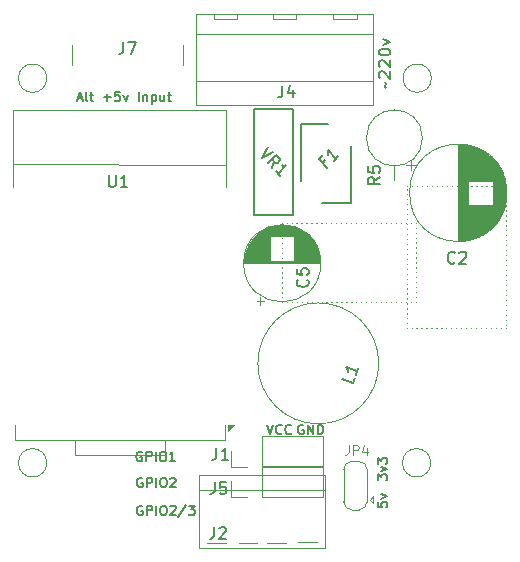
<source format=gto>
G04 #@! TF.GenerationSoftware,KiCad,Pcbnew,8.0.8*
G04 #@! TF.CreationDate,2025-02-05T12:42:34+03:00*
G04 #@! TF.ProjectId,SMHome_2RelayBoardRound_ESP32_C3_Mini_v1,534d486f-6d65-45f3-9252-656c6179426f,12*
G04 #@! TF.SameCoordinates,Original*
G04 #@! TF.FileFunction,Legend,Top*
G04 #@! TF.FilePolarity,Positive*
%FSLAX46Y46*%
G04 Gerber Fmt 4.6, Leading zero omitted, Abs format (unit mm)*
G04 Created by KiCad (PCBNEW 8.0.8) date 2025-02-05 12:42:34*
%MOMM*%
%LPD*%
G01*
G04 APERTURE LIST*
%ADD10C,0.100000*%
%ADD11C,0.150000*%
%ADD12C,0.200000*%
%ADD13C,0.120000*%
G04 APERTURE END LIST*
D10*
X153060400Y-101001820D02*
X153080400Y-101001820D01*
X153480400Y-101001820D02*
X153500400Y-101001820D01*
X153900400Y-101001820D02*
X153920400Y-101001820D01*
X154320400Y-101001820D02*
X154340400Y-101001820D01*
X154740400Y-101001820D02*
X154760400Y-101001820D01*
X155160400Y-101001820D02*
X155180400Y-101001820D01*
X155580400Y-101001820D02*
X155600400Y-101001820D01*
X156000400Y-101001820D02*
X156020400Y-101001820D01*
X156420400Y-101001820D02*
X156440400Y-101001820D01*
X156840400Y-101001820D02*
X156860400Y-101001820D01*
X157260400Y-101001820D02*
X157280400Y-101001820D01*
X157680400Y-101001820D02*
X157700400Y-101001820D01*
X158100400Y-101001820D02*
X158120400Y-101001820D01*
X158520400Y-101001820D02*
X158540400Y-101001820D01*
X158940400Y-101001820D02*
X158960400Y-101001820D01*
X159360400Y-101001820D02*
X159380400Y-101001820D01*
X159780400Y-101001820D02*
X159800400Y-101001820D01*
X160200400Y-101001820D02*
X160220400Y-101001820D01*
X160620400Y-101001820D02*
X160640400Y-101001820D01*
X161040400Y-101001820D02*
X161060400Y-101001820D01*
X161460400Y-101001820D02*
X161480400Y-101001820D01*
X161880400Y-101001820D02*
X161900400Y-101001820D01*
X162300400Y-101001820D02*
X162320400Y-101001820D01*
X162720400Y-101001820D02*
X162740400Y-101001820D01*
X163140400Y-101001820D02*
X163160400Y-101001820D01*
X163560400Y-101001820D02*
X163580400Y-101001820D01*
X163980400Y-101001820D02*
X164000400Y-101001820D01*
X164400400Y-101001820D02*
X164420400Y-101001820D01*
X164439600Y-101001820D02*
X164439600Y-101021820D01*
X164439600Y-101421820D02*
X164439600Y-101441820D01*
X164439600Y-101841820D02*
X164439600Y-101861820D01*
X164439600Y-102261820D02*
X164439600Y-102281820D01*
X164439600Y-102681820D02*
X164439600Y-102701820D01*
X164439600Y-103101820D02*
X164439600Y-103121820D01*
X164439600Y-103521820D02*
X164439600Y-103541820D01*
X164439600Y-103941820D02*
X164439600Y-103961820D01*
X164439600Y-104361820D02*
X164439600Y-104381820D01*
X164439600Y-104781820D02*
X164439600Y-104801820D01*
X164439600Y-105201820D02*
X164439600Y-105221820D01*
X164439600Y-105621820D02*
X164439600Y-105641820D01*
X164439600Y-106041820D02*
X164439600Y-106061820D01*
X164439600Y-106461820D02*
X164439600Y-106481820D01*
X164439600Y-106881820D02*
X164439600Y-106901820D01*
X164439600Y-107301820D02*
X164439600Y-107321820D01*
X164439600Y-107721820D02*
X164439600Y-107741820D01*
X164439600Y-107758220D02*
X164419600Y-107758220D01*
X164019600Y-107758220D02*
X163999600Y-107758220D01*
X163599600Y-107758220D02*
X163579600Y-107758220D01*
X163179600Y-107758220D02*
X163159600Y-107758220D01*
X162759600Y-107758220D02*
X162739600Y-107758220D01*
X162339600Y-107758220D02*
X162319600Y-107758220D01*
X161919600Y-107758220D02*
X161899600Y-107758220D01*
X161499600Y-107758220D02*
X161479600Y-107758220D01*
X161079600Y-107758220D02*
X161059600Y-107758220D01*
X160659600Y-107758220D02*
X160639600Y-107758220D01*
X160239600Y-107758220D02*
X160219600Y-107758220D01*
X159819600Y-107758220D02*
X159799600Y-107758220D01*
X159399600Y-107758220D02*
X159379600Y-107758220D01*
X158979600Y-107758220D02*
X158959600Y-107758220D01*
X158559600Y-107758220D02*
X158539600Y-107758220D01*
X158139600Y-107758220D02*
X158119600Y-107758220D01*
X157719600Y-107758220D02*
X157699600Y-107758220D01*
X157299600Y-107758220D02*
X157279600Y-107758220D01*
X156879600Y-107758220D02*
X156859600Y-107758220D01*
X156459600Y-107758220D02*
X156439600Y-107758220D01*
X156039600Y-107758220D02*
X156019600Y-107758220D01*
X155619600Y-107758220D02*
X155599600Y-107758220D01*
X155199600Y-107758220D02*
X155179600Y-107758220D01*
X154779600Y-107758220D02*
X154759600Y-107758220D01*
X154359600Y-107758220D02*
X154339600Y-107758220D01*
X153939600Y-107758220D02*
X153919600Y-107758220D01*
X153519600Y-107758220D02*
X153499600Y-107758220D01*
X153099600Y-107758220D02*
X153079600Y-107758220D01*
X153060400Y-107758220D02*
X153060400Y-107738220D01*
X153060400Y-107338220D02*
X153060400Y-107318220D01*
X153060400Y-106918220D02*
X153060400Y-106898220D01*
X153060400Y-106498220D02*
X153060400Y-106478220D01*
X153060400Y-106078220D02*
X153060400Y-106058220D01*
X153060400Y-105658220D02*
X153060400Y-105638220D01*
X153060400Y-105238220D02*
X153060400Y-105218220D01*
X153060400Y-104818220D02*
X153060400Y-104798220D01*
X153060400Y-104398220D02*
X153060400Y-104378220D01*
X153060400Y-103978220D02*
X153060400Y-103958220D01*
X153060400Y-103558220D02*
X153060400Y-103538220D01*
X153060400Y-103138220D02*
X153060400Y-103118220D01*
X153060400Y-102718220D02*
X153060400Y-102698220D01*
X153060400Y-102298220D02*
X153060400Y-102278220D01*
X153060400Y-101878220D02*
X153060400Y-101858220D01*
X153060400Y-101458220D02*
X153060400Y-101438220D01*
X153060400Y-101038220D02*
X153060400Y-101018220D01*
X163677600Y-97866200D02*
X163697600Y-97866200D01*
X164097600Y-97866200D02*
X164117600Y-97866200D01*
X164517600Y-97866200D02*
X164537600Y-97866200D01*
X164937600Y-97866200D02*
X164957600Y-97866200D01*
X165357600Y-97866200D02*
X165377600Y-97866200D01*
X165777600Y-97866200D02*
X165797600Y-97866200D01*
X166197600Y-97866200D02*
X166217600Y-97866200D01*
X166617600Y-97866200D02*
X166637600Y-97866200D01*
X167037600Y-97866200D02*
X167057600Y-97866200D01*
X167457600Y-97866200D02*
X167477600Y-97866200D01*
X167877600Y-97866200D02*
X167897600Y-97866200D01*
X168297600Y-97866200D02*
X168317600Y-97866200D01*
X168717600Y-97866200D02*
X168737600Y-97866200D01*
X169137600Y-97866200D02*
X169157600Y-97866200D01*
X169557600Y-97866200D02*
X169577600Y-97866200D01*
X169977600Y-97866200D02*
X169997600Y-97866200D01*
X170397600Y-97866200D02*
X170417600Y-97866200D01*
X170817600Y-97866200D02*
X170837600Y-97866200D01*
X171237600Y-97866200D02*
X171257600Y-97866200D01*
X171657600Y-97866200D02*
X171677600Y-97866200D01*
X172059600Y-97866200D02*
X172059600Y-97886200D01*
X172059600Y-98286200D02*
X172059600Y-98306200D01*
X172059600Y-98706200D02*
X172059600Y-98726200D01*
X172059600Y-99126200D02*
X172059600Y-99146200D01*
X172059600Y-99546200D02*
X172059600Y-99566200D01*
X172059600Y-99966200D02*
X172059600Y-99986200D01*
X172059600Y-100386200D02*
X172059600Y-100406200D01*
X172059600Y-100806200D02*
X172059600Y-100826200D01*
X172059600Y-101226200D02*
X172059600Y-101246200D01*
X172059600Y-101646200D02*
X172059600Y-101666200D01*
X172059600Y-102066200D02*
X172059600Y-102086200D01*
X172059600Y-102486200D02*
X172059600Y-102506200D01*
X172059600Y-102906200D02*
X172059600Y-102926200D01*
X172059600Y-103326200D02*
X172059600Y-103346200D01*
X172059600Y-103746200D02*
X172059600Y-103766200D01*
X172059600Y-104166200D02*
X172059600Y-104186200D01*
X172059600Y-104586200D02*
X172059600Y-104606200D01*
X172059600Y-105006200D02*
X172059600Y-105026200D01*
X172059600Y-105426200D02*
X172059600Y-105446200D01*
X172059600Y-105846200D02*
X172059600Y-105866200D01*
X172059600Y-106266200D02*
X172059600Y-106286200D01*
X172059600Y-106686200D02*
X172059600Y-106706200D01*
X172059600Y-107106200D02*
X172059600Y-107126200D01*
X172059600Y-107526200D02*
X172059600Y-107546200D01*
X172059600Y-107946200D02*
X172059600Y-107966200D01*
X172059600Y-108366200D02*
X172059600Y-108386200D01*
X172059600Y-108786200D02*
X172059600Y-108806200D01*
X172059600Y-109206200D02*
X172059600Y-109226200D01*
X172059600Y-109626200D02*
X172059600Y-109646200D01*
X172059600Y-109956600D02*
X172039600Y-109956600D01*
X171639600Y-109956600D02*
X171619600Y-109956600D01*
X171219600Y-109956600D02*
X171199600Y-109956600D01*
X170799600Y-109956600D02*
X170779600Y-109956600D01*
X170379600Y-109956600D02*
X170359600Y-109956600D01*
X169959600Y-109956600D02*
X169939600Y-109956600D01*
X169539600Y-109956600D02*
X169519600Y-109956600D01*
X169119600Y-109956600D02*
X169099600Y-109956600D01*
X168699600Y-109956600D02*
X168679600Y-109956600D01*
X168279600Y-109956600D02*
X168259600Y-109956600D01*
X167859600Y-109956600D02*
X167839600Y-109956600D01*
X167439600Y-109956600D02*
X167419600Y-109956600D01*
X167019600Y-109956600D02*
X166999600Y-109956600D01*
X166599600Y-109956600D02*
X166579600Y-109956600D01*
X166179600Y-109956600D02*
X166159600Y-109956600D01*
X165759600Y-109956600D02*
X165739600Y-109956600D01*
X165339600Y-109956600D02*
X165319600Y-109956600D01*
X164919600Y-109956600D02*
X164899600Y-109956600D01*
X164499600Y-109956600D02*
X164479600Y-109956600D01*
X164079600Y-109956600D02*
X164059600Y-109956600D01*
X163677600Y-109956600D02*
X163677600Y-109936600D01*
X163677600Y-109536600D02*
X163677600Y-109516600D01*
X163677600Y-109116600D02*
X163677600Y-109096600D01*
X163677600Y-108696600D02*
X163677600Y-108676600D01*
X163677600Y-108276600D02*
X163677600Y-108256600D01*
X163677600Y-107856600D02*
X163677600Y-107836600D01*
X163677600Y-107436600D02*
X163677600Y-107416600D01*
X163677600Y-107016600D02*
X163677600Y-106996600D01*
X163677600Y-106596600D02*
X163677600Y-106576600D01*
X163677600Y-106176600D02*
X163677600Y-106156600D01*
X163677600Y-105756600D02*
X163677600Y-105736600D01*
X163677600Y-105336600D02*
X163677600Y-105316600D01*
X163677600Y-104916600D02*
X163677600Y-104896600D01*
X163677600Y-104496600D02*
X163677600Y-104476600D01*
X163677600Y-104076600D02*
X163677600Y-104056600D01*
X163677600Y-103656600D02*
X163677600Y-103636600D01*
X163677600Y-103236600D02*
X163677600Y-103216600D01*
X163677600Y-102816600D02*
X163677600Y-102796600D01*
X163677600Y-102396600D02*
X163677600Y-102376600D01*
X163677600Y-101976600D02*
X163677600Y-101956600D01*
X163677600Y-101556600D02*
X163677600Y-101536600D01*
X163677600Y-101136600D02*
X163677600Y-101116600D01*
X163677600Y-100716600D02*
X163677600Y-100696600D01*
X163677600Y-100296600D02*
X163677600Y-100276600D01*
X163677600Y-99876600D02*
X163677600Y-99856600D01*
X163677600Y-99456600D02*
X163677600Y-99436600D01*
X163677600Y-99036600D02*
X163677600Y-99016600D01*
X163677600Y-98616600D02*
X163677600Y-98596600D01*
X163677600Y-98196600D02*
X163677600Y-98176600D01*
D11*
X154886207Y-118131390D02*
X154810017Y-118093295D01*
X154810017Y-118093295D02*
X154695731Y-118093295D01*
X154695731Y-118093295D02*
X154581445Y-118131390D01*
X154581445Y-118131390D02*
X154505255Y-118207580D01*
X154505255Y-118207580D02*
X154467160Y-118283771D01*
X154467160Y-118283771D02*
X154429064Y-118436152D01*
X154429064Y-118436152D02*
X154429064Y-118550438D01*
X154429064Y-118550438D02*
X154467160Y-118702819D01*
X154467160Y-118702819D02*
X154505255Y-118779009D01*
X154505255Y-118779009D02*
X154581445Y-118855200D01*
X154581445Y-118855200D02*
X154695731Y-118893295D01*
X154695731Y-118893295D02*
X154771922Y-118893295D01*
X154771922Y-118893295D02*
X154886207Y-118855200D01*
X154886207Y-118855200D02*
X154924303Y-118817104D01*
X154924303Y-118817104D02*
X154924303Y-118550438D01*
X154924303Y-118550438D02*
X154771922Y-118550438D01*
X155267160Y-118893295D02*
X155267160Y-118093295D01*
X155267160Y-118093295D02*
X155724303Y-118893295D01*
X155724303Y-118893295D02*
X155724303Y-118093295D01*
X156105255Y-118893295D02*
X156105255Y-118093295D01*
X156105255Y-118093295D02*
X156295731Y-118093295D01*
X156295731Y-118093295D02*
X156410017Y-118131390D01*
X156410017Y-118131390D02*
X156486207Y-118207580D01*
X156486207Y-118207580D02*
X156524302Y-118283771D01*
X156524302Y-118283771D02*
X156562398Y-118436152D01*
X156562398Y-118436152D02*
X156562398Y-118550438D01*
X156562398Y-118550438D02*
X156524302Y-118702819D01*
X156524302Y-118702819D02*
X156486207Y-118779009D01*
X156486207Y-118779009D02*
X156410017Y-118855200D01*
X156410017Y-118855200D02*
X156295731Y-118893295D01*
X156295731Y-118893295D02*
X156105255Y-118893295D01*
X141271807Y-124989390D02*
X141195617Y-124951295D01*
X141195617Y-124951295D02*
X141081331Y-124951295D01*
X141081331Y-124951295D02*
X140967045Y-124989390D01*
X140967045Y-124989390D02*
X140890855Y-125065580D01*
X140890855Y-125065580D02*
X140852760Y-125141771D01*
X140852760Y-125141771D02*
X140814664Y-125294152D01*
X140814664Y-125294152D02*
X140814664Y-125408438D01*
X140814664Y-125408438D02*
X140852760Y-125560819D01*
X140852760Y-125560819D02*
X140890855Y-125637009D01*
X140890855Y-125637009D02*
X140967045Y-125713200D01*
X140967045Y-125713200D02*
X141081331Y-125751295D01*
X141081331Y-125751295D02*
X141157522Y-125751295D01*
X141157522Y-125751295D02*
X141271807Y-125713200D01*
X141271807Y-125713200D02*
X141309903Y-125675104D01*
X141309903Y-125675104D02*
X141309903Y-125408438D01*
X141309903Y-125408438D02*
X141157522Y-125408438D01*
X141652760Y-125751295D02*
X141652760Y-124951295D01*
X141652760Y-124951295D02*
X141957522Y-124951295D01*
X141957522Y-124951295D02*
X142033712Y-124989390D01*
X142033712Y-124989390D02*
X142071807Y-125027485D01*
X142071807Y-125027485D02*
X142109903Y-125103676D01*
X142109903Y-125103676D02*
X142109903Y-125217961D01*
X142109903Y-125217961D02*
X142071807Y-125294152D01*
X142071807Y-125294152D02*
X142033712Y-125332247D01*
X142033712Y-125332247D02*
X141957522Y-125370342D01*
X141957522Y-125370342D02*
X141652760Y-125370342D01*
X142452760Y-125751295D02*
X142452760Y-124951295D01*
X142986093Y-124951295D02*
X143138474Y-124951295D01*
X143138474Y-124951295D02*
X143214664Y-124989390D01*
X143214664Y-124989390D02*
X143290855Y-125065580D01*
X143290855Y-125065580D02*
X143328950Y-125217961D01*
X143328950Y-125217961D02*
X143328950Y-125484628D01*
X143328950Y-125484628D02*
X143290855Y-125637009D01*
X143290855Y-125637009D02*
X143214664Y-125713200D01*
X143214664Y-125713200D02*
X143138474Y-125751295D01*
X143138474Y-125751295D02*
X142986093Y-125751295D01*
X142986093Y-125751295D02*
X142909902Y-125713200D01*
X142909902Y-125713200D02*
X142833712Y-125637009D01*
X142833712Y-125637009D02*
X142795616Y-125484628D01*
X142795616Y-125484628D02*
X142795616Y-125217961D01*
X142795616Y-125217961D02*
X142833712Y-125065580D01*
X142833712Y-125065580D02*
X142909902Y-124989390D01*
X142909902Y-124989390D02*
X142986093Y-124951295D01*
X143633711Y-125027485D02*
X143671807Y-124989390D01*
X143671807Y-124989390D02*
X143747997Y-124951295D01*
X143747997Y-124951295D02*
X143938473Y-124951295D01*
X143938473Y-124951295D02*
X144014664Y-124989390D01*
X144014664Y-124989390D02*
X144052759Y-125027485D01*
X144052759Y-125027485D02*
X144090854Y-125103676D01*
X144090854Y-125103676D02*
X144090854Y-125179866D01*
X144090854Y-125179866D02*
X144052759Y-125294152D01*
X144052759Y-125294152D02*
X143595616Y-125751295D01*
X143595616Y-125751295D02*
X144090854Y-125751295D01*
X145005140Y-124913200D02*
X144319426Y-125941771D01*
X145195616Y-124951295D02*
X145690854Y-124951295D01*
X145690854Y-124951295D02*
X145424188Y-125256057D01*
X145424188Y-125256057D02*
X145538473Y-125256057D01*
X145538473Y-125256057D02*
X145614664Y-125294152D01*
X145614664Y-125294152D02*
X145652759Y-125332247D01*
X145652759Y-125332247D02*
X145690854Y-125408438D01*
X145690854Y-125408438D02*
X145690854Y-125598914D01*
X145690854Y-125598914D02*
X145652759Y-125675104D01*
X145652759Y-125675104D02*
X145614664Y-125713200D01*
X145614664Y-125713200D02*
X145538473Y-125751295D01*
X145538473Y-125751295D02*
X145309902Y-125751295D01*
X145309902Y-125751295D02*
X145233711Y-125713200D01*
X145233711Y-125713200D02*
X145195616Y-125675104D01*
X161197095Y-124678887D02*
X161197095Y-125059839D01*
X161197095Y-125059839D02*
X161578047Y-125097935D01*
X161578047Y-125097935D02*
X161539952Y-125059839D01*
X161539952Y-125059839D02*
X161501857Y-124983649D01*
X161501857Y-124983649D02*
X161501857Y-124793173D01*
X161501857Y-124793173D02*
X161539952Y-124716982D01*
X161539952Y-124716982D02*
X161578047Y-124678887D01*
X161578047Y-124678887D02*
X161654238Y-124640792D01*
X161654238Y-124640792D02*
X161844714Y-124640792D01*
X161844714Y-124640792D02*
X161920904Y-124678887D01*
X161920904Y-124678887D02*
X161959000Y-124716982D01*
X161959000Y-124716982D02*
X161997095Y-124793173D01*
X161997095Y-124793173D02*
X161997095Y-124983649D01*
X161997095Y-124983649D02*
X161959000Y-125059839D01*
X161959000Y-125059839D02*
X161920904Y-125097935D01*
X161463761Y-124374125D02*
X161997095Y-124183649D01*
X161997095Y-124183649D02*
X161463761Y-123993172D01*
X151812874Y-118093295D02*
X152079541Y-118893295D01*
X152079541Y-118893295D02*
X152346207Y-118093295D01*
X153070017Y-118817104D02*
X153031921Y-118855200D01*
X153031921Y-118855200D02*
X152917636Y-118893295D01*
X152917636Y-118893295D02*
X152841445Y-118893295D01*
X152841445Y-118893295D02*
X152727159Y-118855200D01*
X152727159Y-118855200D02*
X152650969Y-118779009D01*
X152650969Y-118779009D02*
X152612874Y-118702819D01*
X152612874Y-118702819D02*
X152574778Y-118550438D01*
X152574778Y-118550438D02*
X152574778Y-118436152D01*
X152574778Y-118436152D02*
X152612874Y-118283771D01*
X152612874Y-118283771D02*
X152650969Y-118207580D01*
X152650969Y-118207580D02*
X152727159Y-118131390D01*
X152727159Y-118131390D02*
X152841445Y-118093295D01*
X152841445Y-118093295D02*
X152917636Y-118093295D01*
X152917636Y-118093295D02*
X153031921Y-118131390D01*
X153031921Y-118131390D02*
X153070017Y-118169485D01*
X153870017Y-118817104D02*
X153831921Y-118855200D01*
X153831921Y-118855200D02*
X153717636Y-118893295D01*
X153717636Y-118893295D02*
X153641445Y-118893295D01*
X153641445Y-118893295D02*
X153527159Y-118855200D01*
X153527159Y-118855200D02*
X153450969Y-118779009D01*
X153450969Y-118779009D02*
X153412874Y-118702819D01*
X153412874Y-118702819D02*
X153374778Y-118550438D01*
X153374778Y-118550438D02*
X153374778Y-118436152D01*
X153374778Y-118436152D02*
X153412874Y-118283771D01*
X153412874Y-118283771D02*
X153450969Y-118207580D01*
X153450969Y-118207580D02*
X153527159Y-118131390D01*
X153527159Y-118131390D02*
X153641445Y-118093295D01*
X153641445Y-118093295D02*
X153717636Y-118093295D01*
X153717636Y-118093295D02*
X153831921Y-118131390D01*
X153831921Y-118131390D02*
X153870017Y-118169485D01*
D12*
X161893866Y-89562183D02*
X161846247Y-89514564D01*
X161846247Y-89514564D02*
X161798628Y-89419326D01*
X161798628Y-89419326D02*
X161893866Y-89228850D01*
X161893866Y-89228850D02*
X161846247Y-89133612D01*
X161846247Y-89133612D02*
X161798628Y-89085993D01*
X161370057Y-88752659D02*
X161322438Y-88705040D01*
X161322438Y-88705040D02*
X161274819Y-88609802D01*
X161274819Y-88609802D02*
X161274819Y-88371707D01*
X161274819Y-88371707D02*
X161322438Y-88276469D01*
X161322438Y-88276469D02*
X161370057Y-88228850D01*
X161370057Y-88228850D02*
X161465295Y-88181231D01*
X161465295Y-88181231D02*
X161560533Y-88181231D01*
X161560533Y-88181231D02*
X161703390Y-88228850D01*
X161703390Y-88228850D02*
X162274819Y-88800278D01*
X162274819Y-88800278D02*
X162274819Y-88181231D01*
X161370057Y-87800278D02*
X161322438Y-87752659D01*
X161322438Y-87752659D02*
X161274819Y-87657421D01*
X161274819Y-87657421D02*
X161274819Y-87419326D01*
X161274819Y-87419326D02*
X161322438Y-87324088D01*
X161322438Y-87324088D02*
X161370057Y-87276469D01*
X161370057Y-87276469D02*
X161465295Y-87228850D01*
X161465295Y-87228850D02*
X161560533Y-87228850D01*
X161560533Y-87228850D02*
X161703390Y-87276469D01*
X161703390Y-87276469D02*
X162274819Y-87847897D01*
X162274819Y-87847897D02*
X162274819Y-87228850D01*
X161274819Y-86609802D02*
X161274819Y-86514564D01*
X161274819Y-86514564D02*
X161322438Y-86419326D01*
X161322438Y-86419326D02*
X161370057Y-86371707D01*
X161370057Y-86371707D02*
X161465295Y-86324088D01*
X161465295Y-86324088D02*
X161655771Y-86276469D01*
X161655771Y-86276469D02*
X161893866Y-86276469D01*
X161893866Y-86276469D02*
X162084342Y-86324088D01*
X162084342Y-86324088D02*
X162179580Y-86371707D01*
X162179580Y-86371707D02*
X162227200Y-86419326D01*
X162227200Y-86419326D02*
X162274819Y-86514564D01*
X162274819Y-86514564D02*
X162274819Y-86609802D01*
X162274819Y-86609802D02*
X162227200Y-86705040D01*
X162227200Y-86705040D02*
X162179580Y-86752659D01*
X162179580Y-86752659D02*
X162084342Y-86800278D01*
X162084342Y-86800278D02*
X161893866Y-86847897D01*
X161893866Y-86847897D02*
X161655771Y-86847897D01*
X161655771Y-86847897D02*
X161465295Y-86800278D01*
X161465295Y-86800278D02*
X161370057Y-86752659D01*
X161370057Y-86752659D02*
X161322438Y-86705040D01*
X161322438Y-86705040D02*
X161274819Y-86609802D01*
X161608152Y-85943135D02*
X162274819Y-85705040D01*
X162274819Y-85705040D02*
X161608152Y-85466945D01*
D11*
X135785464Y-90470723D02*
X136166417Y-90470723D01*
X135709274Y-90699295D02*
X135975941Y-89899295D01*
X135975941Y-89899295D02*
X136242607Y-90699295D01*
X136623559Y-90699295D02*
X136547369Y-90661200D01*
X136547369Y-90661200D02*
X136509274Y-90585009D01*
X136509274Y-90585009D02*
X136509274Y-89899295D01*
X136814036Y-90165961D02*
X137118798Y-90165961D01*
X136928322Y-89899295D02*
X136928322Y-90585009D01*
X136928322Y-90585009D02*
X136966417Y-90661200D01*
X136966417Y-90661200D02*
X137042607Y-90699295D01*
X137042607Y-90699295D02*
X137118798Y-90699295D01*
X137994989Y-90394533D02*
X138604513Y-90394533D01*
X138299751Y-90699295D02*
X138299751Y-90089771D01*
X139366417Y-89899295D02*
X138985465Y-89899295D01*
X138985465Y-89899295D02*
X138947369Y-90280247D01*
X138947369Y-90280247D02*
X138985465Y-90242152D01*
X138985465Y-90242152D02*
X139061655Y-90204057D01*
X139061655Y-90204057D02*
X139252131Y-90204057D01*
X139252131Y-90204057D02*
X139328322Y-90242152D01*
X139328322Y-90242152D02*
X139366417Y-90280247D01*
X139366417Y-90280247D02*
X139404512Y-90356438D01*
X139404512Y-90356438D02*
X139404512Y-90546914D01*
X139404512Y-90546914D02*
X139366417Y-90623104D01*
X139366417Y-90623104D02*
X139328322Y-90661200D01*
X139328322Y-90661200D02*
X139252131Y-90699295D01*
X139252131Y-90699295D02*
X139061655Y-90699295D01*
X139061655Y-90699295D02*
X138985465Y-90661200D01*
X138985465Y-90661200D02*
X138947369Y-90623104D01*
X139671179Y-90165961D02*
X139861655Y-90699295D01*
X139861655Y-90699295D02*
X140052132Y-90165961D01*
X140966418Y-90699295D02*
X140966418Y-89899295D01*
X141347370Y-90165961D02*
X141347370Y-90699295D01*
X141347370Y-90242152D02*
X141385465Y-90204057D01*
X141385465Y-90204057D02*
X141461655Y-90165961D01*
X141461655Y-90165961D02*
X141575941Y-90165961D01*
X141575941Y-90165961D02*
X141652132Y-90204057D01*
X141652132Y-90204057D02*
X141690227Y-90280247D01*
X141690227Y-90280247D02*
X141690227Y-90699295D01*
X142071180Y-90165961D02*
X142071180Y-90965961D01*
X142071180Y-90204057D02*
X142147370Y-90165961D01*
X142147370Y-90165961D02*
X142299751Y-90165961D01*
X142299751Y-90165961D02*
X142375942Y-90204057D01*
X142375942Y-90204057D02*
X142414037Y-90242152D01*
X142414037Y-90242152D02*
X142452132Y-90318342D01*
X142452132Y-90318342D02*
X142452132Y-90546914D01*
X142452132Y-90546914D02*
X142414037Y-90623104D01*
X142414037Y-90623104D02*
X142375942Y-90661200D01*
X142375942Y-90661200D02*
X142299751Y-90699295D01*
X142299751Y-90699295D02*
X142147370Y-90699295D01*
X142147370Y-90699295D02*
X142071180Y-90661200D01*
X143137847Y-90165961D02*
X143137847Y-90699295D01*
X142794990Y-90165961D02*
X142794990Y-90585009D01*
X142794990Y-90585009D02*
X142833085Y-90661200D01*
X142833085Y-90661200D02*
X142909275Y-90699295D01*
X142909275Y-90699295D02*
X143023561Y-90699295D01*
X143023561Y-90699295D02*
X143099752Y-90661200D01*
X143099752Y-90661200D02*
X143137847Y-90623104D01*
X143404514Y-90165961D02*
X143709276Y-90165961D01*
X143518800Y-89899295D02*
X143518800Y-90585009D01*
X143518800Y-90585009D02*
X143556895Y-90661200D01*
X143556895Y-90661200D02*
X143633085Y-90699295D01*
X143633085Y-90699295D02*
X143709276Y-90699295D01*
X141271807Y-122652590D02*
X141195617Y-122614495D01*
X141195617Y-122614495D02*
X141081331Y-122614495D01*
X141081331Y-122614495D02*
X140967045Y-122652590D01*
X140967045Y-122652590D02*
X140890855Y-122728780D01*
X140890855Y-122728780D02*
X140852760Y-122804971D01*
X140852760Y-122804971D02*
X140814664Y-122957352D01*
X140814664Y-122957352D02*
X140814664Y-123071638D01*
X140814664Y-123071638D02*
X140852760Y-123224019D01*
X140852760Y-123224019D02*
X140890855Y-123300209D01*
X140890855Y-123300209D02*
X140967045Y-123376400D01*
X140967045Y-123376400D02*
X141081331Y-123414495D01*
X141081331Y-123414495D02*
X141157522Y-123414495D01*
X141157522Y-123414495D02*
X141271807Y-123376400D01*
X141271807Y-123376400D02*
X141309903Y-123338304D01*
X141309903Y-123338304D02*
X141309903Y-123071638D01*
X141309903Y-123071638D02*
X141157522Y-123071638D01*
X141652760Y-123414495D02*
X141652760Y-122614495D01*
X141652760Y-122614495D02*
X141957522Y-122614495D01*
X141957522Y-122614495D02*
X142033712Y-122652590D01*
X142033712Y-122652590D02*
X142071807Y-122690685D01*
X142071807Y-122690685D02*
X142109903Y-122766876D01*
X142109903Y-122766876D02*
X142109903Y-122881161D01*
X142109903Y-122881161D02*
X142071807Y-122957352D01*
X142071807Y-122957352D02*
X142033712Y-122995447D01*
X142033712Y-122995447D02*
X141957522Y-123033542D01*
X141957522Y-123033542D02*
X141652760Y-123033542D01*
X142452760Y-123414495D02*
X142452760Y-122614495D01*
X142986093Y-122614495D02*
X143138474Y-122614495D01*
X143138474Y-122614495D02*
X143214664Y-122652590D01*
X143214664Y-122652590D02*
X143290855Y-122728780D01*
X143290855Y-122728780D02*
X143328950Y-122881161D01*
X143328950Y-122881161D02*
X143328950Y-123147828D01*
X143328950Y-123147828D02*
X143290855Y-123300209D01*
X143290855Y-123300209D02*
X143214664Y-123376400D01*
X143214664Y-123376400D02*
X143138474Y-123414495D01*
X143138474Y-123414495D02*
X142986093Y-123414495D01*
X142986093Y-123414495D02*
X142909902Y-123376400D01*
X142909902Y-123376400D02*
X142833712Y-123300209D01*
X142833712Y-123300209D02*
X142795616Y-123147828D01*
X142795616Y-123147828D02*
X142795616Y-122881161D01*
X142795616Y-122881161D02*
X142833712Y-122728780D01*
X142833712Y-122728780D02*
X142909902Y-122652590D01*
X142909902Y-122652590D02*
X142986093Y-122614495D01*
X143633711Y-122690685D02*
X143671807Y-122652590D01*
X143671807Y-122652590D02*
X143747997Y-122614495D01*
X143747997Y-122614495D02*
X143938473Y-122614495D01*
X143938473Y-122614495D02*
X144014664Y-122652590D01*
X144014664Y-122652590D02*
X144052759Y-122690685D01*
X144052759Y-122690685D02*
X144090854Y-122766876D01*
X144090854Y-122766876D02*
X144090854Y-122843066D01*
X144090854Y-122843066D02*
X144052759Y-122957352D01*
X144052759Y-122957352D02*
X143595616Y-123414495D01*
X143595616Y-123414495D02*
X144090854Y-123414495D01*
X161197095Y-122799230D02*
X161197095Y-122303992D01*
X161197095Y-122303992D02*
X161501857Y-122570658D01*
X161501857Y-122570658D02*
X161501857Y-122456373D01*
X161501857Y-122456373D02*
X161539952Y-122380182D01*
X161539952Y-122380182D02*
X161578047Y-122342087D01*
X161578047Y-122342087D02*
X161654238Y-122303992D01*
X161654238Y-122303992D02*
X161844714Y-122303992D01*
X161844714Y-122303992D02*
X161920904Y-122342087D01*
X161920904Y-122342087D02*
X161959000Y-122380182D01*
X161959000Y-122380182D02*
X161997095Y-122456373D01*
X161997095Y-122456373D02*
X161997095Y-122684944D01*
X161997095Y-122684944D02*
X161959000Y-122761135D01*
X161959000Y-122761135D02*
X161920904Y-122799230D01*
X161463761Y-122037325D02*
X161997095Y-121846849D01*
X161997095Y-121846849D02*
X161463761Y-121656372D01*
X161197095Y-121427801D02*
X161197095Y-120932563D01*
X161197095Y-120932563D02*
X161501857Y-121199229D01*
X161501857Y-121199229D02*
X161501857Y-121084944D01*
X161501857Y-121084944D02*
X161539952Y-121008753D01*
X161539952Y-121008753D02*
X161578047Y-120970658D01*
X161578047Y-120970658D02*
X161654238Y-120932563D01*
X161654238Y-120932563D02*
X161844714Y-120932563D01*
X161844714Y-120932563D02*
X161920904Y-120970658D01*
X161920904Y-120970658D02*
X161959000Y-121008753D01*
X161959000Y-121008753D02*
X161997095Y-121084944D01*
X161997095Y-121084944D02*
X161997095Y-121313515D01*
X161997095Y-121313515D02*
X161959000Y-121389706D01*
X161959000Y-121389706D02*
X161920904Y-121427801D01*
X141221007Y-120417390D02*
X141144817Y-120379295D01*
X141144817Y-120379295D02*
X141030531Y-120379295D01*
X141030531Y-120379295D02*
X140916245Y-120417390D01*
X140916245Y-120417390D02*
X140840055Y-120493580D01*
X140840055Y-120493580D02*
X140801960Y-120569771D01*
X140801960Y-120569771D02*
X140763864Y-120722152D01*
X140763864Y-120722152D02*
X140763864Y-120836438D01*
X140763864Y-120836438D02*
X140801960Y-120988819D01*
X140801960Y-120988819D02*
X140840055Y-121065009D01*
X140840055Y-121065009D02*
X140916245Y-121141200D01*
X140916245Y-121141200D02*
X141030531Y-121179295D01*
X141030531Y-121179295D02*
X141106722Y-121179295D01*
X141106722Y-121179295D02*
X141221007Y-121141200D01*
X141221007Y-121141200D02*
X141259103Y-121103104D01*
X141259103Y-121103104D02*
X141259103Y-120836438D01*
X141259103Y-120836438D02*
X141106722Y-120836438D01*
X141601960Y-121179295D02*
X141601960Y-120379295D01*
X141601960Y-120379295D02*
X141906722Y-120379295D01*
X141906722Y-120379295D02*
X141982912Y-120417390D01*
X141982912Y-120417390D02*
X142021007Y-120455485D01*
X142021007Y-120455485D02*
X142059103Y-120531676D01*
X142059103Y-120531676D02*
X142059103Y-120645961D01*
X142059103Y-120645961D02*
X142021007Y-120722152D01*
X142021007Y-120722152D02*
X141982912Y-120760247D01*
X141982912Y-120760247D02*
X141906722Y-120798342D01*
X141906722Y-120798342D02*
X141601960Y-120798342D01*
X142401960Y-121179295D02*
X142401960Y-120379295D01*
X142935293Y-120379295D02*
X143087674Y-120379295D01*
X143087674Y-120379295D02*
X143163864Y-120417390D01*
X143163864Y-120417390D02*
X143240055Y-120493580D01*
X143240055Y-120493580D02*
X143278150Y-120645961D01*
X143278150Y-120645961D02*
X143278150Y-120912628D01*
X143278150Y-120912628D02*
X143240055Y-121065009D01*
X143240055Y-121065009D02*
X143163864Y-121141200D01*
X143163864Y-121141200D02*
X143087674Y-121179295D01*
X143087674Y-121179295D02*
X142935293Y-121179295D01*
X142935293Y-121179295D02*
X142859102Y-121141200D01*
X142859102Y-121141200D02*
X142782912Y-121065009D01*
X142782912Y-121065009D02*
X142744816Y-120912628D01*
X142744816Y-120912628D02*
X142744816Y-120645961D01*
X142744816Y-120645961D02*
X142782912Y-120493580D01*
X142782912Y-120493580D02*
X142859102Y-120417390D01*
X142859102Y-120417390D02*
X142935293Y-120379295D01*
X144040054Y-121179295D02*
X143582911Y-121179295D01*
X143811483Y-121179295D02*
X143811483Y-120379295D01*
X143811483Y-120379295D02*
X143735292Y-120493580D01*
X143735292Y-120493580D02*
X143659102Y-120569771D01*
X143659102Y-120569771D02*
X143582911Y-120607866D01*
X147545466Y-120079419D02*
X147545466Y-120793704D01*
X147545466Y-120793704D02*
X147497847Y-120936561D01*
X147497847Y-120936561D02*
X147402609Y-121031800D01*
X147402609Y-121031800D02*
X147259752Y-121079419D01*
X147259752Y-121079419D02*
X147164514Y-121079419D01*
X148545466Y-121079419D02*
X147974038Y-121079419D01*
X148259752Y-121079419D02*
X148259752Y-120079419D01*
X148259752Y-120079419D02*
X148164514Y-120222276D01*
X148164514Y-120222276D02*
X148069276Y-120317514D01*
X148069276Y-120317514D02*
X147974038Y-120365133D01*
X161389219Y-97143866D02*
X160913028Y-97477199D01*
X161389219Y-97715294D02*
X160389219Y-97715294D01*
X160389219Y-97715294D02*
X160389219Y-97334342D01*
X160389219Y-97334342D02*
X160436838Y-97239104D01*
X160436838Y-97239104D02*
X160484457Y-97191485D01*
X160484457Y-97191485D02*
X160579695Y-97143866D01*
X160579695Y-97143866D02*
X160722552Y-97143866D01*
X160722552Y-97143866D02*
X160817790Y-97191485D01*
X160817790Y-97191485D02*
X160865409Y-97239104D01*
X160865409Y-97239104D02*
X160913028Y-97334342D01*
X160913028Y-97334342D02*
X160913028Y-97715294D01*
X160389219Y-96239104D02*
X160389219Y-96715294D01*
X160389219Y-96715294D02*
X160865409Y-96762913D01*
X160865409Y-96762913D02*
X160817790Y-96715294D01*
X160817790Y-96715294D02*
X160770171Y-96620056D01*
X160770171Y-96620056D02*
X160770171Y-96381961D01*
X160770171Y-96381961D02*
X160817790Y-96286723D01*
X160817790Y-96286723D02*
X160865409Y-96239104D01*
X160865409Y-96239104D02*
X160960647Y-96191485D01*
X160960647Y-96191485D02*
X161198742Y-96191485D01*
X161198742Y-96191485D02*
X161293980Y-96239104D01*
X161293980Y-96239104D02*
X161341600Y-96286723D01*
X161341600Y-96286723D02*
X161389219Y-96381961D01*
X161389219Y-96381961D02*
X161389219Y-96620056D01*
X161389219Y-96620056D02*
X161341600Y-96715294D01*
X161341600Y-96715294D02*
X161293980Y-96762913D01*
X139671466Y-85709619D02*
X139671466Y-86423904D01*
X139671466Y-86423904D02*
X139623847Y-86566761D01*
X139623847Y-86566761D02*
X139528609Y-86662000D01*
X139528609Y-86662000D02*
X139385752Y-86709619D01*
X139385752Y-86709619D02*
X139290514Y-86709619D01*
X140052419Y-85709619D02*
X140719085Y-85709619D01*
X140719085Y-85709619D02*
X140290514Y-86709619D01*
D10*
X158733833Y-119854695D02*
X158733833Y-120426123D01*
X158733833Y-120426123D02*
X158695738Y-120540409D01*
X158695738Y-120540409D02*
X158619547Y-120616600D01*
X158619547Y-120616600D02*
X158505262Y-120654695D01*
X158505262Y-120654695D02*
X158429071Y-120654695D01*
X159114786Y-120654695D02*
X159114786Y-119854695D01*
X159114786Y-119854695D02*
X159419548Y-119854695D01*
X159419548Y-119854695D02*
X159495738Y-119892790D01*
X159495738Y-119892790D02*
X159533833Y-119930885D01*
X159533833Y-119930885D02*
X159571929Y-120007076D01*
X159571929Y-120007076D02*
X159571929Y-120121361D01*
X159571929Y-120121361D02*
X159533833Y-120197552D01*
X159533833Y-120197552D02*
X159495738Y-120235647D01*
X159495738Y-120235647D02*
X159419548Y-120273742D01*
X159419548Y-120273742D02*
X159114786Y-120273742D01*
X160257643Y-120121361D02*
X160257643Y-120654695D01*
X160067167Y-119816600D02*
X159876690Y-120388028D01*
X159876690Y-120388028D02*
X160371929Y-120388028D01*
D11*
X156763997Y-95739630D02*
X156528294Y-95975332D01*
X156898684Y-96345722D02*
X156191577Y-95638615D01*
X156191577Y-95638615D02*
X156528294Y-95301897D01*
X157875164Y-95369241D02*
X157471103Y-95773302D01*
X157673134Y-95571271D02*
X156966027Y-94864165D01*
X156966027Y-94864165D02*
X156999699Y-95032523D01*
X156999699Y-95032523D02*
X156999699Y-95167210D01*
X156999699Y-95167210D02*
X156966027Y-95268226D01*
X155248780Y-105819866D02*
X155296400Y-105867485D01*
X155296400Y-105867485D02*
X155344019Y-106010342D01*
X155344019Y-106010342D02*
X155344019Y-106105580D01*
X155344019Y-106105580D02*
X155296400Y-106248437D01*
X155296400Y-106248437D02*
X155201161Y-106343675D01*
X155201161Y-106343675D02*
X155105923Y-106391294D01*
X155105923Y-106391294D02*
X154915447Y-106438913D01*
X154915447Y-106438913D02*
X154772590Y-106438913D01*
X154772590Y-106438913D02*
X154582114Y-106391294D01*
X154582114Y-106391294D02*
X154486876Y-106343675D01*
X154486876Y-106343675D02*
X154391638Y-106248437D01*
X154391638Y-106248437D02*
X154344019Y-106105580D01*
X154344019Y-106105580D02*
X154344019Y-106010342D01*
X154344019Y-106010342D02*
X154391638Y-105867485D01*
X154391638Y-105867485D02*
X154439257Y-105819866D01*
X154344019Y-104915104D02*
X154344019Y-105391294D01*
X154344019Y-105391294D02*
X154820209Y-105438913D01*
X154820209Y-105438913D02*
X154772590Y-105391294D01*
X154772590Y-105391294D02*
X154724971Y-105296056D01*
X154724971Y-105296056D02*
X154724971Y-105057961D01*
X154724971Y-105057961D02*
X154772590Y-104962723D01*
X154772590Y-104962723D02*
X154820209Y-104915104D01*
X154820209Y-104915104D02*
X154915447Y-104867485D01*
X154915447Y-104867485D02*
X155153542Y-104867485D01*
X155153542Y-104867485D02*
X155248780Y-104915104D01*
X155248780Y-104915104D02*
X155296400Y-104962723D01*
X155296400Y-104962723D02*
X155344019Y-105057961D01*
X155344019Y-105057961D02*
X155344019Y-105296056D01*
X155344019Y-105296056D02*
X155296400Y-105391294D01*
X155296400Y-105391294D02*
X155248780Y-105438913D01*
X159237435Y-114128978D02*
X159074569Y-114576451D01*
X159074569Y-114576451D02*
X158134876Y-114234430D01*
X159530596Y-113323527D02*
X159335155Y-113860494D01*
X159432876Y-113592010D02*
X158493183Y-113249990D01*
X158493183Y-113249990D02*
X158594851Y-113388345D01*
X158594851Y-113388345D02*
X158651773Y-113510413D01*
X158651773Y-113510413D02*
X158663946Y-113616194D01*
X167727333Y-104372580D02*
X167679714Y-104420200D01*
X167679714Y-104420200D02*
X167536857Y-104467819D01*
X167536857Y-104467819D02*
X167441619Y-104467819D01*
X167441619Y-104467819D02*
X167298762Y-104420200D01*
X167298762Y-104420200D02*
X167203524Y-104324961D01*
X167203524Y-104324961D02*
X167155905Y-104229723D01*
X167155905Y-104229723D02*
X167108286Y-104039247D01*
X167108286Y-104039247D02*
X167108286Y-103896390D01*
X167108286Y-103896390D02*
X167155905Y-103705914D01*
X167155905Y-103705914D02*
X167203524Y-103610676D01*
X167203524Y-103610676D02*
X167298762Y-103515438D01*
X167298762Y-103515438D02*
X167441619Y-103467819D01*
X167441619Y-103467819D02*
X167536857Y-103467819D01*
X167536857Y-103467819D02*
X167679714Y-103515438D01*
X167679714Y-103515438D02*
X167727333Y-103563057D01*
X168108286Y-103563057D02*
X168155905Y-103515438D01*
X168155905Y-103515438D02*
X168251143Y-103467819D01*
X168251143Y-103467819D02*
X168489238Y-103467819D01*
X168489238Y-103467819D02*
X168584476Y-103515438D01*
X168584476Y-103515438D02*
X168632095Y-103563057D01*
X168632095Y-103563057D02*
X168679714Y-103658295D01*
X168679714Y-103658295D02*
X168679714Y-103753533D01*
X168679714Y-103753533D02*
X168632095Y-103896390D01*
X168632095Y-103896390D02*
X168060667Y-104467819D01*
X168060667Y-104467819D02*
X168679714Y-104467819D01*
X138430095Y-96965419D02*
X138430095Y-97774942D01*
X138430095Y-97774942D02*
X138477714Y-97870180D01*
X138477714Y-97870180D02*
X138525333Y-97917800D01*
X138525333Y-97917800D02*
X138620571Y-97965419D01*
X138620571Y-97965419D02*
X138811047Y-97965419D01*
X138811047Y-97965419D02*
X138906285Y-97917800D01*
X138906285Y-97917800D02*
X138953904Y-97870180D01*
X138953904Y-97870180D02*
X139001523Y-97774942D01*
X139001523Y-97774942D02*
X139001523Y-96965419D01*
X140001523Y-97965419D02*
X139430095Y-97965419D01*
X139715809Y-97965419D02*
X139715809Y-96965419D01*
X139715809Y-96965419D02*
X139620571Y-97108276D01*
X139620571Y-97108276D02*
X139525333Y-97203514D01*
X139525333Y-97203514D02*
X139430095Y-97251133D01*
X153133466Y-89396219D02*
X153133466Y-90110504D01*
X153133466Y-90110504D02*
X153085847Y-90253361D01*
X153085847Y-90253361D02*
X152990609Y-90348600D01*
X152990609Y-90348600D02*
X152847752Y-90396219D01*
X152847752Y-90396219D02*
X152752514Y-90396219D01*
X154038228Y-89729552D02*
X154038228Y-90396219D01*
X153800133Y-89348600D02*
X153562038Y-90062885D01*
X153562038Y-90062885D02*
X154181085Y-90062885D01*
X147393066Y-122975019D02*
X147393066Y-123689304D01*
X147393066Y-123689304D02*
X147345447Y-123832161D01*
X147345447Y-123832161D02*
X147250209Y-123927400D01*
X147250209Y-123927400D02*
X147107352Y-123975019D01*
X147107352Y-123975019D02*
X147012114Y-123975019D01*
X148345447Y-122975019D02*
X147869257Y-122975019D01*
X147869257Y-122975019D02*
X147821638Y-123451209D01*
X147821638Y-123451209D02*
X147869257Y-123403590D01*
X147869257Y-123403590D02*
X147964495Y-123355971D01*
X147964495Y-123355971D02*
X148202590Y-123355971D01*
X148202590Y-123355971D02*
X148297828Y-123403590D01*
X148297828Y-123403590D02*
X148345447Y-123451209D01*
X148345447Y-123451209D02*
X148393066Y-123546447D01*
X148393066Y-123546447D02*
X148393066Y-123784542D01*
X148393066Y-123784542D02*
X148345447Y-123879780D01*
X148345447Y-123879780D02*
X148297828Y-123927400D01*
X148297828Y-123927400D02*
X148202590Y-123975019D01*
X148202590Y-123975019D02*
X147964495Y-123975019D01*
X147964495Y-123975019D02*
X147869257Y-123927400D01*
X147869257Y-123927400D02*
X147821638Y-123879780D01*
X151875327Y-94573525D02*
X151403923Y-95516334D01*
X151403923Y-95516334D02*
X152346732Y-95044930D01*
X152279389Y-96391800D02*
X152380404Y-95819380D01*
X151875328Y-95987739D02*
X152582434Y-95280632D01*
X152582434Y-95280632D02*
X152851808Y-95550006D01*
X152851808Y-95550006D02*
X152885480Y-95651021D01*
X152885480Y-95651021D02*
X152885480Y-95718365D01*
X152885480Y-95718365D02*
X152851808Y-95819380D01*
X152851808Y-95819380D02*
X152750793Y-95920395D01*
X152750793Y-95920395D02*
X152649778Y-95954067D01*
X152649778Y-95954067D02*
X152582434Y-95954067D01*
X152582434Y-95954067D02*
X152481419Y-95920395D01*
X152481419Y-95920395D02*
X152212045Y-95651021D01*
X152952824Y-97065235D02*
X152548763Y-96661174D01*
X152750793Y-96863204D02*
X153457900Y-96156098D01*
X153457900Y-96156098D02*
X153289541Y-96189769D01*
X153289541Y-96189769D02*
X153154854Y-96189769D01*
X153154854Y-96189769D02*
X153053839Y-96156098D01*
X147342266Y-126785019D02*
X147342266Y-127499304D01*
X147342266Y-127499304D02*
X147294647Y-127642161D01*
X147294647Y-127642161D02*
X147199409Y-127737400D01*
X147199409Y-127737400D02*
X147056552Y-127785019D01*
X147056552Y-127785019D02*
X146961314Y-127785019D01*
X147770838Y-126880257D02*
X147818457Y-126832638D01*
X147818457Y-126832638D02*
X147913695Y-126785019D01*
X147913695Y-126785019D02*
X148151790Y-126785019D01*
X148151790Y-126785019D02*
X148247028Y-126832638D01*
X148247028Y-126832638D02*
X148294647Y-126880257D01*
X148294647Y-126880257D02*
X148342266Y-126975495D01*
X148342266Y-126975495D02*
X148342266Y-127070733D01*
X148342266Y-127070733D02*
X148294647Y-127213590D01*
X148294647Y-127213590D02*
X147723219Y-127785019D01*
X147723219Y-127785019D02*
X148342266Y-127785019D01*
D13*
X148808000Y-121700600D02*
X148808000Y-120370600D01*
X150138000Y-121700600D02*
X148808000Y-121700600D01*
X151408001Y-119040600D02*
X156547999Y-119040600D01*
X151408001Y-121700600D02*
X151408001Y-119040600D01*
X151408001Y-121700600D02*
X156547999Y-121700600D01*
X156547999Y-121700600D02*
X156547999Y-119040600D01*
X162610800Y-96197600D02*
X162610799Y-97407600D01*
X164980800Y-93827600D02*
G75*
G02*
X160240800Y-93827600I-2370000J0D01*
G01*
X160240800Y-93827600D02*
G75*
G02*
X164980800Y-93827600I2370000J0D01*
G01*
X135334800Y-85924200D02*
X135334800Y-87624200D01*
X144674800Y-85924200D02*
X144674800Y-87624200D01*
X158308800Y-124666200D02*
X158308800Y-121866200D01*
X159008800Y-121216200D02*
X159608800Y-121216200D01*
X159608800Y-125316200D02*
X159008800Y-125316200D01*
X160308800Y-121866200D02*
X160308800Y-124666200D01*
X160508800Y-124466200D02*
X160808800Y-124166200D01*
X160508800Y-124466200D02*
X160808800Y-124766200D01*
X160808800Y-124766200D02*
X160808800Y-124166200D01*
X158308800Y-121916200D02*
G75*
G02*
X159008800Y-121216200I700000J0D01*
G01*
X159008800Y-125316200D02*
G75*
G02*
X158308800Y-124616200I-1J699999D01*
G01*
X159608800Y-121216200D02*
G75*
G02*
X160308800Y-121916200I0J-700000D01*
G01*
X160308800Y-124616200D02*
G75*
G02*
X159608800Y-125316200I-699999J-1D01*
G01*
D11*
X154719600Y-92633800D02*
X154719600Y-97459800D01*
X157022800Y-92633800D02*
X154719600Y-92633800D01*
X158953200Y-94513400D02*
X158953200Y-99339401D01*
X158953200Y-99339401D02*
X156514800Y-99339400D01*
D13*
X165741200Y-88773000D02*
G75*
G02*
X163341200Y-88773000I-1200000J0D01*
G01*
X163341200Y-88773000D02*
G75*
G02*
X165741200Y-88773000I1200000J0D01*
G01*
X149881200Y-104359400D02*
X156341200Y-104359400D01*
X149881200Y-104399400D02*
X156341200Y-104399400D01*
X149881201Y-104439400D02*
X156341199Y-104439400D01*
X149883200Y-104319400D02*
X156339200Y-104319400D01*
X149884200Y-104279400D02*
X156338200Y-104279400D01*
X149887200Y-104239400D02*
X156335200Y-104239400D01*
X149889200Y-104199400D02*
X152071200Y-104199400D01*
X149893200Y-104159400D02*
X152071200Y-104159401D01*
X149896200Y-104119400D02*
X152071200Y-104119400D01*
X149900200Y-104079400D02*
X152071200Y-104079400D01*
X149905200Y-104039400D02*
X152071200Y-104039400D01*
X149910200Y-103999400D02*
X152071199Y-103999400D01*
X149916200Y-103959400D02*
X152071200Y-103959400D01*
X149922199Y-103919400D02*
X152071200Y-103919400D01*
X149929200Y-103879400D02*
X152071200Y-103879400D01*
X149936200Y-103839399D02*
X152071199Y-103839400D01*
X149944200Y-103799400D02*
X152071200Y-103799400D01*
X149952200Y-103759400D02*
X152071200Y-103759400D01*
X149961200Y-103718400D02*
X152071199Y-103718400D01*
X149970200Y-103678400D02*
X152071200Y-103678400D01*
X149980200Y-103638400D02*
X152071200Y-103638400D01*
X149990200Y-103598400D02*
X152071200Y-103598400D01*
X150001199Y-103558400D02*
X152071199Y-103558400D01*
X150013200Y-103518400D02*
X152071200Y-103518400D01*
X150025200Y-103478399D02*
X152071200Y-103478400D01*
X150037200Y-103438400D02*
X152071200Y-103438401D01*
X150050201Y-103398400D02*
X152071200Y-103398399D01*
X150064201Y-103358400D02*
X152071200Y-103358400D01*
X150078200Y-103318400D02*
X152071200Y-103318400D01*
X150093200Y-103278400D02*
X152071199Y-103278400D01*
X150109200Y-103238400D02*
X152071200Y-103238400D01*
X150125200Y-103198400D02*
X152071200Y-103198400D01*
X150141200Y-103158400D02*
X152071200Y-103158400D01*
X150159200Y-103118400D02*
X152071199Y-103118400D01*
X150177200Y-103078400D02*
X152071200Y-103078400D01*
X150195201Y-103038400D02*
X152071200Y-103038400D01*
X150215200Y-102998400D02*
X152071200Y-102998400D01*
X150235200Y-102958399D02*
X152071200Y-102958399D01*
X150255200Y-102918400D02*
X152071200Y-102918400D01*
X150277200Y-102878400D02*
X152071200Y-102878400D01*
X150299200Y-102838400D02*
X152071200Y-102838401D01*
X150321200Y-102798400D02*
X152071200Y-102798400D01*
X150345201Y-102758400D02*
X152071200Y-102758400D01*
X150369200Y-102718400D02*
X152071200Y-102718400D01*
X150395200Y-102678399D02*
X152071199Y-102678400D01*
X150421200Y-102638400D02*
X152071200Y-102638400D01*
X150447200Y-102598399D02*
X152071200Y-102598400D01*
X150475200Y-102558400D02*
X152071200Y-102558400D01*
X150504200Y-102518400D02*
X152071200Y-102518399D01*
X150533200Y-102478400D02*
X152071200Y-102478400D01*
X150563200Y-102438400D02*
X152071200Y-102438400D01*
X150595200Y-102398400D02*
X152071200Y-102398401D01*
X150627200Y-102358400D02*
X152071200Y-102358400D01*
X150661199Y-102318400D02*
X152071200Y-102318400D01*
X150695200Y-102278400D02*
X152071200Y-102278400D01*
X150731199Y-102238400D02*
X152071199Y-102238400D01*
X150768200Y-102198400D02*
X152071200Y-102198400D01*
X150806200Y-102158400D02*
X152071200Y-102158400D01*
X150846200Y-102118400D02*
X155376200Y-102118400D01*
X150887200Y-102078400D02*
X155335200Y-102078400D01*
X150929200Y-102038400D02*
X155293200Y-102038400D01*
X150957200Y-107624641D02*
X151587200Y-107624641D01*
X150974200Y-101998400D02*
X155248200Y-101998400D01*
X151019200Y-101958400D02*
X155203200Y-101958400D01*
X151067200Y-101918400D02*
X155155200Y-101918400D01*
X151116200Y-101878400D02*
X155106200Y-101878400D01*
X151167200Y-101838400D02*
X155055200Y-101838400D01*
X151221200Y-101798400D02*
X155001200Y-101798400D01*
X151272200Y-107939641D02*
X151272200Y-107309641D01*
X151277200Y-101758400D02*
X154945200Y-101758400D01*
X151335199Y-101718400D02*
X154887201Y-101718400D01*
X151397200Y-101678400D02*
X154825200Y-101678400D01*
X151461200Y-101638400D02*
X154761200Y-101638400D01*
X151530200Y-101598400D02*
X154692200Y-101598400D01*
X151602200Y-101558400D02*
X154620200Y-101558400D01*
X151679200Y-101518401D02*
X154543200Y-101518401D01*
X151761200Y-101478400D02*
X154461200Y-101478400D01*
X151849200Y-101438400D02*
X154373200Y-101438400D01*
X151946200Y-101398400D02*
X154276200Y-101398400D01*
X152052199Y-101358400D02*
X154170201Y-101358400D01*
X152171200Y-101318400D02*
X154051200Y-101318400D01*
X152309199Y-101278400D02*
X153913201Y-101278400D01*
X152478200Y-101238400D02*
X153744200Y-101238400D01*
X152709201Y-101198400D02*
X153513199Y-101198400D01*
X154151200Y-102158400D02*
X155416200Y-102158400D01*
X154151200Y-102198400D02*
X155454200Y-102198400D01*
X154151200Y-102278400D02*
X155527200Y-102278400D01*
X154151200Y-102318400D02*
X155561201Y-102318400D01*
X154151200Y-102358400D02*
X155595200Y-102358400D01*
X154151200Y-102398401D02*
X155627200Y-102398400D01*
X154151200Y-102438400D02*
X155659200Y-102438400D01*
X154151200Y-102478400D02*
X155689200Y-102478400D01*
X154151200Y-102518399D02*
X155718200Y-102518400D01*
X154151200Y-102558400D02*
X155747200Y-102558400D01*
X154151200Y-102598400D02*
X155775200Y-102598399D01*
X154151200Y-102638400D02*
X155801200Y-102638400D01*
X154151200Y-102718400D02*
X155853200Y-102718400D01*
X154151200Y-102758400D02*
X155877199Y-102758400D01*
X154151200Y-102798400D02*
X155901200Y-102798400D01*
X154151200Y-102838401D02*
X155923200Y-102838400D01*
X154151200Y-102878400D02*
X155945200Y-102878400D01*
X154151200Y-102918400D02*
X155967200Y-102918400D01*
X154151200Y-102958399D02*
X155987200Y-102958399D01*
X154151200Y-102998400D02*
X156007200Y-102998400D01*
X154151200Y-103038400D02*
X156027199Y-103038400D01*
X154151200Y-103078400D02*
X156045200Y-103078400D01*
X154151200Y-103158400D02*
X156081200Y-103158400D01*
X154151200Y-103198400D02*
X156097200Y-103198400D01*
X154151200Y-103238400D02*
X156113200Y-103238400D01*
X154151200Y-103318400D02*
X156144200Y-103318400D01*
X154151200Y-103358400D02*
X156158199Y-103358400D01*
X154151200Y-103398399D02*
X156172199Y-103398400D01*
X154151200Y-103438401D02*
X156185200Y-103438400D01*
X154151200Y-103478400D02*
X156197200Y-103478399D01*
X154151200Y-103518400D02*
X156209200Y-103518400D01*
X154151200Y-103598400D02*
X156232200Y-103598400D01*
X154151200Y-103638400D02*
X156242200Y-103638400D01*
X154151200Y-103678400D02*
X156252200Y-103678400D01*
X154151200Y-103759400D02*
X156270200Y-103759400D01*
X154151200Y-103799400D02*
X156278200Y-103799400D01*
X154151200Y-103879400D02*
X156293200Y-103879400D01*
X154151200Y-103919400D02*
X156300201Y-103919400D01*
X154151200Y-103959400D02*
X156306200Y-103959400D01*
X154151200Y-104039400D02*
X156317200Y-104039400D01*
X154151200Y-104079400D02*
X156322200Y-104079400D01*
X154151200Y-104119400D02*
X156326200Y-104119400D01*
X154151200Y-104159401D02*
X156329200Y-104159400D01*
X154151200Y-104199400D02*
X156333200Y-104199400D01*
X154151201Y-102238400D02*
X155491201Y-102238400D01*
X154151201Y-102678400D02*
X155827200Y-102678399D01*
X154151201Y-103118400D02*
X156063200Y-103118400D01*
X154151201Y-103278400D02*
X156129200Y-103278400D01*
X154151201Y-103558400D02*
X156221201Y-103558400D01*
X154151201Y-103718400D02*
X156261200Y-103718400D01*
X154151201Y-103839400D02*
X156286200Y-103839399D01*
X154151201Y-103999400D02*
X156312200Y-103999400D01*
X156381201Y-104439401D02*
G75*
G02*
X149841199Y-104439401I-3270001J0D01*
G01*
X149841199Y-104439401D02*
G75*
G02*
X156381201Y-104439401I3270001J0D01*
G01*
X165690400Y-121335800D02*
G75*
G02*
X163290400Y-121335800I-1200000J0D01*
G01*
X163290400Y-121335800D02*
G75*
G02*
X165690400Y-121335800I1200000J0D01*
G01*
X161287750Y-112915432D02*
G75*
G02*
X151047750Y-112915432I-5120000J0D01*
G01*
X151047750Y-112915432D02*
G75*
G02*
X161287750Y-112915432I5120000J0D01*
G01*
X163606302Y-96160800D02*
X164406302Y-96160800D01*
X164006302Y-95760800D02*
X164006302Y-96560800D01*
X168016000Y-94395800D02*
X168016000Y-102555800D01*
X168056000Y-94395800D02*
X168056000Y-102555800D01*
X168096000Y-94395800D02*
X168096000Y-102555800D01*
X168136000Y-94396800D02*
X168136000Y-102554800D01*
X168176000Y-94398800D02*
X168176000Y-102552800D01*
X168216000Y-94399800D02*
X168216000Y-102551800D01*
X168256000Y-94401799D02*
X168256000Y-102549801D01*
X168296000Y-94404800D02*
X168296000Y-102546800D01*
X168336000Y-94407801D02*
X168336000Y-102543799D01*
X168376000Y-94410800D02*
X168376000Y-102540800D01*
X168416000Y-94414800D02*
X168416000Y-102536800D01*
X168456000Y-94418800D02*
X168456000Y-102532800D01*
X168496000Y-94423800D02*
X168496000Y-102527800D01*
X168536000Y-94427800D02*
X168536000Y-102523800D01*
X168576000Y-94433800D02*
X168576000Y-102517800D01*
X168616000Y-94438800D02*
X168616000Y-102512800D01*
X168656000Y-94445800D02*
X168656000Y-102505800D01*
X168696000Y-94451800D02*
X168696000Y-102499800D01*
X168737000Y-94458800D02*
X168737000Y-102492800D01*
X168777000Y-94465800D02*
X168777000Y-102485800D01*
X168817000Y-94473800D02*
X168817000Y-102477800D01*
X168857000Y-94481800D02*
X168857000Y-102469800D01*
X168896999Y-94490800D02*
X168897000Y-97435800D01*
X168897000Y-99515800D02*
X168896999Y-102460800D01*
X168937000Y-94499800D02*
X168937000Y-97435800D01*
X168937000Y-99515800D02*
X168937000Y-102451800D01*
X168977000Y-94508800D02*
X168977000Y-97435799D01*
X168977000Y-99515801D02*
X168977000Y-102442800D01*
X169017000Y-94518800D02*
X169017000Y-97435800D01*
X169017000Y-99515800D02*
X169017000Y-102432800D01*
X169057000Y-99515800D02*
X169057001Y-102422800D01*
X169057001Y-94528800D02*
X169057000Y-97435800D01*
X169097000Y-94539800D02*
X169097000Y-97435800D01*
X169097000Y-99515800D02*
X169097000Y-102411800D01*
X169137000Y-94550799D02*
X169137001Y-97435800D01*
X169137001Y-99515800D02*
X169137000Y-102400801D01*
X169177000Y-94561800D02*
X169177000Y-97435800D01*
X169177000Y-99515800D02*
X169177000Y-102389800D01*
X169217000Y-94573800D02*
X169217000Y-97435800D01*
X169217000Y-99515800D02*
X169217000Y-102377800D01*
X169256999Y-99515800D02*
X169257000Y-102364800D01*
X169257000Y-94586800D02*
X169256999Y-97435800D01*
X169297000Y-94598800D02*
X169297000Y-97435800D01*
X169297000Y-99515800D02*
X169297000Y-102352800D01*
X169336999Y-94612800D02*
X169337000Y-97435800D01*
X169337000Y-99515800D02*
X169336999Y-102338800D01*
X169377000Y-94625800D02*
X169377000Y-97435800D01*
X169377000Y-99515800D02*
X169377000Y-102325800D01*
X169417000Y-94640800D02*
X169417000Y-97435799D01*
X169417000Y-99515801D02*
X169417000Y-102310800D01*
X169457000Y-94654800D02*
X169457000Y-97435800D01*
X169457000Y-99515800D02*
X169457000Y-102296800D01*
X169497000Y-94670800D02*
X169497000Y-97435800D01*
X169497000Y-99515800D02*
X169497000Y-102280800D01*
X169537000Y-94685800D02*
X169537000Y-97435800D01*
X169537000Y-99515800D02*
X169537000Y-102265800D01*
X169577001Y-94701800D02*
X169577001Y-97435800D01*
X169577001Y-99515800D02*
X169577001Y-102249800D01*
X169617000Y-94718800D02*
X169617000Y-97435800D01*
X169617000Y-99515800D02*
X169617000Y-102232800D01*
X169657000Y-94735801D02*
X169657000Y-97435800D01*
X169657000Y-99515800D02*
X169657000Y-102215799D01*
X169696999Y-99515800D02*
X169697000Y-102197800D01*
X169697000Y-94753800D02*
X169696999Y-97435800D01*
X169737000Y-94771800D02*
X169737000Y-97435800D01*
X169737000Y-99515800D02*
X169737000Y-102179800D01*
X169777000Y-94789799D02*
X169777000Y-97435800D01*
X169777000Y-99515800D02*
X169777000Y-102161801D01*
X169817000Y-94809800D02*
X169817000Y-97435800D01*
X169817000Y-99515800D02*
X169817000Y-102141800D01*
X169857000Y-94828800D02*
X169857000Y-97435799D01*
X169857000Y-99515801D02*
X169857000Y-102122800D01*
X169897000Y-94848800D02*
X169897000Y-97435800D01*
X169897000Y-99515800D02*
X169897000Y-102102800D01*
X169937000Y-94869800D02*
X169937000Y-97435800D01*
X169937000Y-99515800D02*
X169937000Y-102081800D01*
X169977000Y-94891800D02*
X169977000Y-97435800D01*
X169977000Y-99515800D02*
X169977000Y-102059800D01*
X170017000Y-94913800D02*
X170017001Y-97435800D01*
X170017001Y-99515800D02*
X170017000Y-102037800D01*
X170057000Y-94935800D02*
X170057000Y-97435800D01*
X170057000Y-99515800D02*
X170057000Y-102015800D01*
X170097000Y-99515800D02*
X170097001Y-101992800D01*
X170097001Y-94958800D02*
X170097000Y-97435800D01*
X170136999Y-94982800D02*
X170136999Y-97435800D01*
X170136999Y-99515800D02*
X170136999Y-101968800D01*
X170177000Y-95006800D02*
X170177001Y-97435800D01*
X170177001Y-99515800D02*
X170177000Y-101944800D01*
X170217000Y-95031800D02*
X170217000Y-97435800D01*
X170217000Y-99515800D02*
X170217000Y-101919800D01*
X170257000Y-95057800D02*
X170257000Y-97435800D01*
X170257000Y-99515800D02*
X170257000Y-101893800D01*
X170297000Y-95083800D02*
X170297000Y-97435799D01*
X170297000Y-99515801D02*
X170297000Y-101867800D01*
X170337000Y-95110800D02*
X170337000Y-97435800D01*
X170337000Y-99515800D02*
X170337000Y-101840800D01*
X170377000Y-95137801D02*
X170377000Y-97435800D01*
X170377000Y-99515800D02*
X170377000Y-101813799D01*
X170417000Y-95166800D02*
X170417000Y-97435800D01*
X170417000Y-99515800D02*
X170417000Y-101784800D01*
X170457000Y-95195800D02*
X170457000Y-97435799D01*
X170457000Y-99515801D02*
X170457000Y-101755800D01*
X170497000Y-95225800D02*
X170497000Y-97435800D01*
X170497000Y-99515800D02*
X170497000Y-101725800D01*
X170537000Y-95255800D02*
X170537000Y-97435800D01*
X170537000Y-99515800D02*
X170537000Y-101695800D01*
X170577000Y-95286800D02*
X170577000Y-97435800D01*
X170577000Y-99515800D02*
X170577000Y-101664800D01*
X170617001Y-95319800D02*
X170617001Y-97435800D01*
X170617001Y-99515800D02*
X170617001Y-101631800D01*
X170656999Y-95351800D02*
X170657000Y-97435800D01*
X170657000Y-99515800D02*
X170656999Y-101599800D01*
X170697000Y-95385800D02*
X170697000Y-97435800D01*
X170697000Y-99515800D02*
X170697000Y-101565800D01*
X170736999Y-99515800D02*
X170737000Y-101530800D01*
X170737000Y-95420800D02*
X170736999Y-97435800D01*
X170777000Y-95456800D02*
X170777000Y-97435800D01*
X170777000Y-99515800D02*
X170777000Y-101494800D01*
X170817000Y-95492799D02*
X170817000Y-97435800D01*
X170817000Y-99515800D02*
X170817000Y-101458801D01*
X170857000Y-95530800D02*
X170857000Y-97435800D01*
X170857000Y-99515800D02*
X170857000Y-101420800D01*
X170897000Y-95568800D02*
X170897000Y-97435799D01*
X170897000Y-99515801D02*
X170897000Y-101382800D01*
X170937000Y-95608800D02*
X170937000Y-97435800D01*
X170937000Y-99515800D02*
X170937000Y-101342800D01*
X170977000Y-95649800D02*
X170977000Y-101301800D01*
X171017000Y-95691800D02*
X171017000Y-101259800D01*
X171057000Y-95734800D02*
X171057000Y-101216800D01*
X171097000Y-95778800D02*
X171097000Y-101172800D01*
X171137000Y-95824800D02*
X171137000Y-101126800D01*
X171176999Y-95871800D02*
X171176999Y-101079800D01*
X171217000Y-95919800D02*
X171217000Y-101031800D01*
X171256999Y-95970800D02*
X171256999Y-100980800D01*
X171297000Y-96021800D02*
X171297000Y-100929800D01*
X171337000Y-96075800D02*
X171337000Y-100875800D01*
X171377000Y-96130800D02*
X171377000Y-100820800D01*
X171417000Y-96188800D02*
X171417000Y-100762800D01*
X171457000Y-96247800D02*
X171457000Y-100703800D01*
X171497000Y-96309800D02*
X171497000Y-100641800D01*
X171536999Y-96373800D02*
X171536999Y-100577800D01*
X171577000Y-96441800D02*
X171577000Y-100509800D01*
X171617000Y-96511800D02*
X171617000Y-100439800D01*
X171657000Y-96585800D02*
X171657000Y-100365800D01*
X171697000Y-96662799D02*
X171697000Y-100288801D01*
X171737000Y-96744800D02*
X171737000Y-100206800D01*
X171777000Y-96830800D02*
X171777000Y-100120800D01*
X171817000Y-96923800D02*
X171817000Y-100027800D01*
X171857000Y-97022800D02*
X171857000Y-99928800D01*
X171897000Y-97129800D02*
X171897000Y-99821800D01*
X171937000Y-97246800D02*
X171937000Y-99704800D01*
X171977000Y-97377800D02*
X171977000Y-99573800D01*
X172017000Y-97527800D02*
X172017000Y-99423800D01*
X172056999Y-97707800D02*
X172056999Y-99243800D01*
X172097000Y-97942800D02*
X172097000Y-99008800D01*
X172136000Y-98475800D02*
G75*
G02*
X163896000Y-98475800I-4120000J0D01*
G01*
X163896000Y-98475800D02*
G75*
G02*
X172136000Y-98475800I4120000J0D01*
G01*
X133178400Y-88773000D02*
G75*
G02*
X130778400Y-88773000I-1200000J0D01*
G01*
X130778400Y-88773000D02*
G75*
G02*
X133178400Y-88773000I1200000J0D01*
G01*
X130327400Y-91455400D02*
X148361400Y-91455400D01*
X130327400Y-91481400D02*
X130327400Y-97291400D01*
X130344400Y-96075400D02*
X130344399Y-98025400D01*
X130454400Y-119405400D02*
X130454400Y-118135400D01*
X135534400Y-120675400D02*
X135534400Y-119405400D01*
X143154400Y-119405400D02*
X143154400Y-120675400D01*
X143154400Y-120675400D02*
X135534400Y-120675400D01*
X148234400Y-119405400D02*
X130454400Y-119405400D01*
X148234400Y-119405400D02*
X148234400Y-118135400D01*
X148344400Y-96085399D02*
X130344400Y-96075400D01*
X148344401Y-97875400D02*
X148344400Y-96085399D01*
X148361400Y-91455400D02*
X148361400Y-97955400D01*
X148496400Y-118635400D02*
X148496400Y-118135400D01*
X148996400Y-118135400D01*
X148496400Y-118635400D01*
G36*
X148496400Y-118635400D02*
G01*
X148496400Y-118135400D01*
X148996400Y-118135400D01*
X148496400Y-118635400D01*
G37*
X145814400Y-91045800D02*
X145814400Y-83345800D01*
X160814399Y-85045800D02*
X145814401Y-85045800D01*
X160814399Y-89045800D02*
X145814401Y-89045800D01*
X160814400Y-83345800D02*
X145814400Y-83345800D01*
X160814400Y-91045800D02*
X145814400Y-91045800D01*
X160814400Y-91045800D02*
X160814400Y-83345800D01*
X149314399Y-83745800D02*
X147314400Y-83745800D01*
X147314400Y-83345800D01*
X149314400Y-83345800D01*
X149314399Y-83745800D01*
X154314400Y-83745800D02*
X152314400Y-83745800D01*
X152314400Y-83345800D01*
X154314400Y-83345800D01*
X154314400Y-83745800D01*
X159414400Y-83745800D02*
X157414400Y-83745800D01*
X157414400Y-83345800D01*
X159414399Y-83345800D01*
X159414400Y-83745800D01*
X148808000Y-124240600D02*
X148808000Y-122910600D01*
X150138000Y-124240600D02*
X148808000Y-124240600D01*
X151408001Y-121580600D02*
X156547999Y-121580600D01*
X151408001Y-124240600D02*
X151408001Y-121580600D01*
X151408001Y-124240600D02*
X156547999Y-124240600D01*
X156547999Y-124240600D02*
X156547999Y-121580600D01*
D11*
X150765799Y-91385000D02*
X154065800Y-91385000D01*
X150765799Y-100385000D02*
X150765799Y-91385000D01*
X150765799Y-100385000D02*
X154065800Y-100385000D01*
X154065800Y-100385000D02*
X154065800Y-91385000D01*
D13*
X133178400Y-121335800D02*
G75*
G02*
X130778400Y-121335800I-1200000J0D01*
G01*
X130778400Y-121335800D02*
G75*
G02*
X133178400Y-121335800I1200000J0D01*
G01*
D10*
X146098000Y-122350600D02*
X146098000Y-128550600D01*
X146098000Y-128550600D02*
X156718000Y-128550600D01*
D13*
X146100800Y-123621800D02*
X156718000Y-123621800D01*
X146761200Y-128092200D02*
X148336000Y-128092200D01*
X149428200Y-128092200D02*
X151003000Y-128092200D01*
X151866600Y-128092200D02*
X153441400Y-128092200D01*
X154457400Y-128041400D02*
X156032200Y-128041400D01*
D10*
X156718000Y-122350600D02*
X146098000Y-122350600D01*
X156718000Y-128550600D02*
X156718000Y-122350600D01*
M02*

</source>
